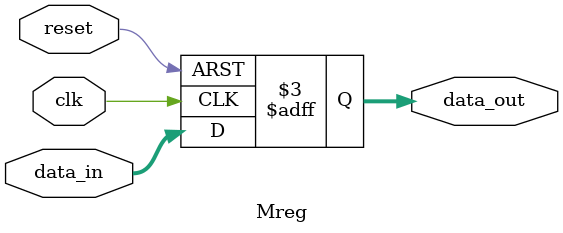
<source format=v>
module Mreg (
    input  clk,
    input  reset,
    input  [7:0] data_in,
    output reg [7:0] data_out = 8'b0 // defualt value of the output
);

  // On every positive clock edge or reset, update the output
  always @(posedge clk or posedge reset) begin
    if (reset)
      data_out <= 8'b0;
    else
      data_out <= data_in;  // Modify the behavior as required
  end

endmodule

</source>
